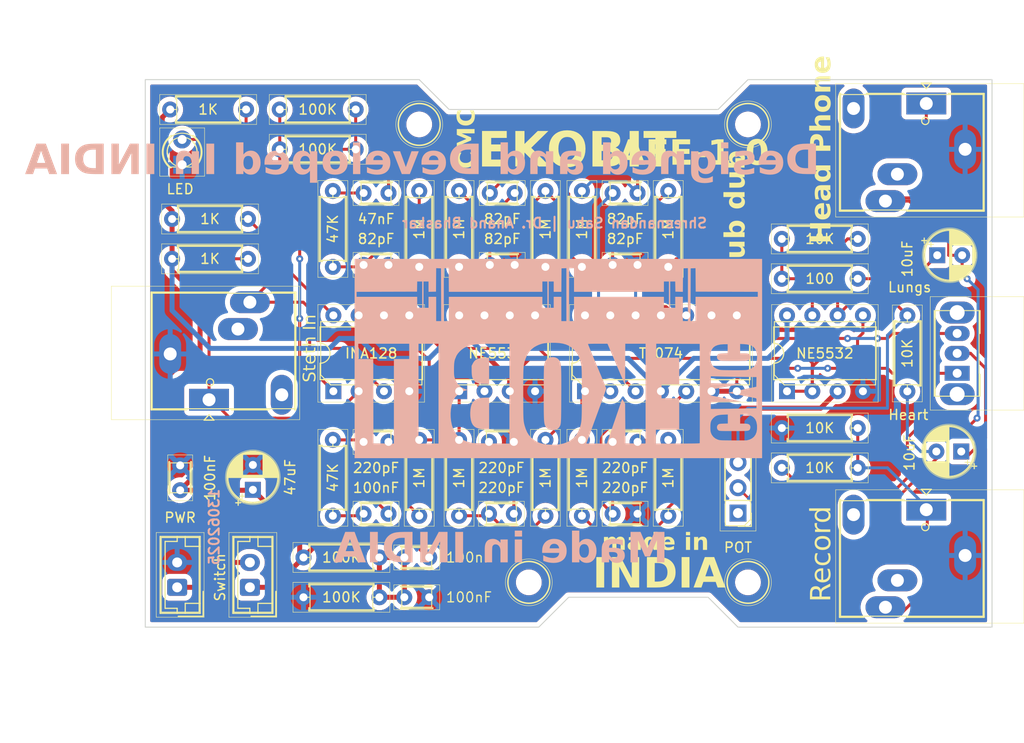
<source format=kicad_pcb>
(kicad_pcb (version 20240108) (generator "pcbnew") (generator_version "8.0")
  (title_block (title "PCB Design of CMC EKOBIT") (date "2025-06-13") (rev "1.0") (company "Shreenandan Sahu"))
  (layers (0 "F.Cu" signal) (31 "B.Cu" power) (34 "B.Paste" user) (35 "F.Paste" user) (36 "B.SilkS" user "B.Silkscreen") (37 "F.SilkS" user "F.Silkscreen") (38 "B.Mask" user) (39 "F.Mask" user) (44 "Edge.Cuts" user))
  (net 0 "")
  (net 1 "Net-(SW1-C)")
  (net 2 "Net-(C2-Pad1)")
  (net 3 "FSignal")
  (net 4 "Net-(U4A-+)")
  (net 5 "GND")
  (net 6 "Net-(U4B-+)")
  (net 7 "+5V")
  (net 8 "Net-(U2A-+)")
  (net 9 "Signal")
  (net 10 "Net-(C6-Pad2)")
  (net 11 "Net-(U4A--)")
  (net 12 "Net-(C8-Pad2)")
  (net 13 "Net-(C9-Pad2)")
  (net 14 "Heart")
  (net 15 "Net-(U3A--)")
  (net 16 "Net-(C10-Pad2)")
  (net 17 "Net-(U4C-+)")
  (net 18 "Net-(U4D-+)")
  (net 19 "Net-(C15-Pad2)")
  (net 20 "Net-(U4C--)")
  (net 21 "Net-(C16-Pad2)")
  (net 22 "Net-(C17-Pad2)")
  (net 23 "Lungs")
  (net 24 "Net-(U3B--)")
  (net 25 "Net-(C18-Pad2)")
  (net 26 "Net-(D1-A)")
  (net 27 "SMIC")
  (net 28 "PMIC")
  (net 29 "Net-(J4-PadR)")
  (net 30 "switch")
  (net 31 "Net-(R1-Pad2)")
  (net 32 "Net-(R4-Pad1)")
  (net 33 "Net-(R4-Pad2)")
  (net 34 "Net-(R18-Pad1)")
  (net 35 "2.5V")
  (net 36 "Net-(J7-Pin_2)")
  (net 37 "Net-(J7-Pin_3)")
  (footprint "Capacitor_THT:C_Disc_D3.0mm_W2.0mm_P2.50mm" (layer "F.Cu") (at 122 128.5)
    (property "Reference" "C7" (hide yes))
    (property "Value" "100nF")
  )
  (footprint "Resistor_THT:R_Axial_DIN0207_L6.3mm_D2.5mm_P7.62mm_Horizontal" (layer "F.Cu") (at 159.9 115.5)
    (property "Reference" "R8" (hide yes))
    (property "Value" "10K")
  )
  (footprint "Connector_JST:JST_EH_B2B-EH-A_1x02_P2.50mm_Vertical" (layer "F.Cu") (at 106.5 127.5 90)
    (property "Reference" "J6" (hide yes))
    (property "Value" "Switch")
  )
  (footprint "Package_DIP:DIP-8_W7.62mm" (layer "F.Cu") (at 127.51 107.8 90)
    (property "Reference" "U3" (hide yes))
    (property "Value" "NE5532")
  )
  (footprint "Capacitor_THT:C_Disc_D3.0mm_W2.0mm_P2.50mm" (layer "F.Cu") (at 130.585 87.89)
    (property "Reference" "C16" (hide yes))
    (property "Value" "82pF")
  )
  (footprint "MountingHole:MountingHole_2.1mm" (layer "F.Cu") (at 156.5 81 90)
    (property "Reference" "H2" (hide yes))
    (property "Value" "MountingHole" (hide yes))
  )
  (footprint "Resistor_THT:R_Axial_DIN0207_L6.3mm_D2.5mm_P7.62mm_Horizontal" (layer "F.Cu") (at 106.31 90.5 180)
    (property "Reference" "R2" (hide yes))
    (property "Value" "1K")
  )
  (footprint "Resistor_THT:R_Axial_DIN0207_L6.3mm_D2.5mm_P7.62mm_Horizontal" (layer "F.Cu") (at 119.5 128.5 180)
    (property "Reference" "R16" (hide yes))
    (property "Value" "100K")
  )
  (footprint "Resistor_THT:R_Axial_DIN0207_L6.3mm_D2.5mm_P7.62mm_Horizontal" (layer "F.Cu") (at 114.83 87.69 -90)
    (property "Reference" "R22" (hide yes))
    (property "Value" "47K")
  )
  (footprint "Resistor_THT:R_Axial_DIN0207_L6.3mm_D2.5mm_P7.62mm_Horizontal" (layer "F.Cu") (at 127.5 95.31 90)
    (property "Reference" "R18" (hide yes))
    (property "Value" "1M")
  )
  (footprint "Resistor_THT:R_Axial_DIN0207_L6.3mm_D2.5mm_P7.62mm_Horizontal" (layer "F.Cu") (at 106.31 94.5 180)
    (property "Reference" "R6" (hide yes))
    (property "Value" "1K")
  )
  (footprint "Resistor_THT:R_Axial_DIN0207_L6.3mm_D2.5mm_P7.62mm_Horizontal" (layer "F.Cu") (at 139.83 95.31 90)
    (property "Reference" "R20" (hide yes))
    (property "Value" "1M")
  )
  (footprint "Resistor_THT:R_Axial_DIN0207_L6.3mm_D2.5mm_P7.62mm_Horizontal" (layer "F.Cu") (at 123.5 120.31 90)
    (property "Reference" "R17" (hide yes))
    (property "Value" "1M")
  )
  (footprint "Resistor_THT:R_Axial_DIN0207_L6.3mm_D2.5mm_P7.62mm_Horizontal" (layer "F.Cu") (at 148.5 95.31 90)
    (property "Reference" "R21" (hide yes))
    (property "Value" "1M")
  )
  (footprint "Resistor_THT:R_Axial_DIN0207_L6.3mm_D2.5mm_P7.62mm_Horizontal" (layer "F.Cu") (at 117.12 83.5 180)
    (property "Reference" "R5" (hide yes))
    (property "Value" "100K")
  )
  (footprint "Capacitor_THT:C_Disc_D3.0mm_W2.0mm_P2.50mm" (layer "F.Cu") (at 117.915 95.11)
    (property "Reference" "C18" (hide yes))
    (property "Value" "82pF")
  )
  (footprint "Resistor_THT:R_Axial_DIN0207_L6.3mm_D2.5mm_P7.62mm_Horizontal" (layer "F.Cu") (at 167.52 92.5 180)
    (property "Reference" "R1" (hide yes))
    (property "Value" "10K")
  )
  (footprint "Connector_PinHeader_2.54mm:PinHeader_1x03_P2.54mm_Vertical" (layer "F.Cu") (at 155.5 120.04 180)
    (property "Reference" "J7" (hide yes))
    (property "Value" "POT")
  )
  (footprint "Package_DIP:DIP-8_W7.62mm" (layer "F.Cu") (at 160.42 107.8 90)
    (property "Reference" "U2" (hide yes))
    (property "Value" "NE5532")
  )
  (footprint "Resistor_THT:R_Axial_DIN0207_L6.3mm_D2.5mm_P7.62mm_Horizontal" (layer "F.Cu") (at 98.5 79.5)
    (property "Reference" "R24" (hide yes))
    (property "Value" "1K")
  )
  (footprint "Capacitor_THT:C_Disc_D3.0mm_W2.0mm_P2.50mm" (layer "F.Cu") (at 142.915 120.11)
    (property "Reference" "C4" (hide yes))
    (property "Value" "220pF")
  )
  (footprint "Resistor_THT:R_Axial_DIN0207_L6.3mm_D2.5mm_P7.62mm_Horizontal" (layer "F.Cu") (at 117.12 79.5 180)
    (property "Reference" "R4" (hide yes))
    (property "Value" "100K")
  )
  (footprint "Capacitor_THT:C_Disc_D3.0mm_W2.0mm_P2.50mm" (layer "F.Cu") (at 130.585 95.11)
    (property "Reference" "C13" (hide yes))
    (property "Value" "82pF")
  )
  (footprint "Connector_Audio:Jack_3.5mm_Ledino_KB3SPRS_Horizontal" (layer "F.Cu") (at 174.4 78.9 180)
    (property "Reference" "J1" (hide yes))
    (property "Value" "Head Phone")
  )
  (footprint "MountingHole:MountingHole_2.1mm" (layer "F.Cu") (at 123.5 81 90)
    (property "Reference" "H1" (hide yes))
    (property "Value" "MountingHole" (hide yes))
  )
  (footprint "Capacitor_THT:C_Disc_D3.0mm_W2.0mm_P2.50mm" (layer "F.Cu") (at 99.5 117.75 90)
    (property "Reference" "C12" (hide yes))
    (property "Value" "100nF")
  )
  (footprint "Capacitor_THT:C_Disc_D3.0mm_W2.0mm_P2.50mm" (layer "F.Cu") (at 117.915 112.89)
    (property "Reference" "C10" (hide yes))
    (property "Value" "220pF")
  )
  (footprint "Connector_Audio:Jack_3.5mm_Ledino_KB3SPRS_Horizontal" (layer "F.Cu") (at 174.4 119.7 180)
    (property "Reference" "J4" (hide yes))
    (property "Value" "Record")
  )
  (footprint "Resistor_THT:R_Axial_DIN0207_L6.3mm_D2.5mm_P7.62mm_Horizontal" (layer "F.Cu") (at 148.5 120.31 90)
    (property "Reference" "R14" (hide yes))
    (property "Value" "1M")
  )
  (footprint "Resistor_THT:R_Axial_DIN0207_L6.3mm_D2.5mm_P7.62mm_Horizontal" (layer "F.Cu") (at 136.17 95.31 90)
    (property "Reference" "R19" (hide yes))
    (property "Value" "1M")
  )
  (footprint "Resistor_THT:R_Axial_DIN0207_L6.3mm_D2.5mm_P7.62mm_Horizontal" (layer "F.Cu") (at 111.88 124.5)
    (property "Reference" "R10" (hide yes))
    (property "Value" "100K")
  )
  (footprint "Connector_JST:JST_EH_B2B-EH-A_1x02_P2.50mm_Vertical" (layer "F.Cu") (at 99.2 127.5 90)
    (property "Reference" "J5" (hide yes))
    (property "Value" "PWR")
  )
  (footprint "Resistor_THT:R_Axial_DIN0207_L6.3mm_D2.5mm_P7.62mm_Horizontal" (layer "F.Cu") (at 123.5 87.69 -90)
    (property "Reference" "R23" (hide yes))
    (property "Value" "1M")
  )
  (footprint "Capacitor_THT:C_Disc_D3.0mm_W2.0mm_P2.50mm" (layer "F.Cu") (at 120.415 120.11 180)
    (property "Reference" "C6" (hide yes))
    (property "Value" "100nF")
  )
  (footprint "Package_DIP:DIP-8_W7.62mm" (layer "F.Cu") (at 114.88 107.8 90)
    (property "Reference" "U1" (hide yes))
    (property "Value" "INA128")
  )
  (footprint "Capacitor_THT:C_Disc_D3.0mm_W2.0mm_P2.50mm" (layer "F.Cu") (at 142.915 95.11)
    (property "Reference" "C14" (hide yes))
    (property "Value" "82pF")
  )
  (footprint "Capacitor_THT:CP_Radial_D5.0mm_P2.50mm" (layer "F.Cu") (at 177.910225 113.8575 180)
    (property "Reference" "C1" (hide yes))
    (property "Value" "10uF")
  )
  (footprint "Capacitor_THT:C_Disc_D3.0mm_W2.0mm_P2.50mm" (layer "F.Cu") (at 133 120.11 180)
    (property "Reference" "C8" (hide yes))
    (property "Value" "220pF")
  )
  (footprint "Resistor_THT:R_Axial_DIN0207_L6.3mm_D2.5mm_P7.62mm_Horizontal" (layer "F.Cu") (at 139.83 120.31 90)
    (property "Reference" "R13" (hide yes))
    (property "Value" "1M")
  )
  (footprint "Resistor_THT:R_Axial_DIN0207_L6.3mm_D2.5mm_P7.62mm_Horizontal" (layer "F.Cu") (at 136.17 120.31 90)
    (property "Reference" "R12" (hide yes))
    (property "Value" "1M")
  )
  (footprint "Connector_Audio:Jack_3.5mm_Ledino_KB3SPRS_Horizontal" (layer "F.Cu") (at 102.4 108.6575)
    (property "Reference" "J3" (hide yes))
    (property "Value" "Steth In")
  )
  (footprint "Resistor_THT:R_Axial_DIN0207_L6.3mm_D2.5mm_P7.62mm_Horizontal" (layer "F.Cu") (at 167.52 111.5 180)
    (property "Reference" "R9" (hide yes))
    (property "Value" "10K")
  )
  (footprint "Button_Switch_THT:SW_Slide_SPDT_Angled_CK_OS102011MA1Q" (layer "F.Cu") (at 177.5 106 90)
    (property "Reference" "SW1" (hide yes))
    (property "Value" "Op Mode" (hide yes))
  )
  (footprint "Resistor_THT:R_Axial_DIN0207_L6.3mm_D2.5mm_P7.62mm_Horizontal" (layer "F.Cu") (at 159.9 96.5)
    (property "Reference" "R7" (hide yes))
    (property "Value" "100")
  )
  (footprint "Capacitor_THT:CP_Radial_D5.0mm_P2.50mm" (layer "F.Cu") (at 106.8 117.705113 90)
    (property "Reference" "C11" (hide yes))
    (property "Value" "47uF")
  )
  (footprint "Resistor_THT:R_Axial_DIN0207_L6.3mm_D2.5mm_P7.62mm_Horizontal" (layer "F.Cu") (at 172.5 107.81 90)
    (property "Reference" "R3" (hide yes))
    (property "Value" "10K")
  )
  (footprint "Package_DIP:DIP-14_W7.62mm" (layer "F.Cu") (at 140.14 107.8 90)
    (property "Reference" "U4" (hide yes))
    (property "Value" "TL074")
  )
  (footprint "Capacitor_THT:CP_Radial_D5.0mm_P2.50mm" (layer "F.Cu") (at 175.5 94.1425)
    (property "Reference" "C2" (hide yes))
    (property "Value" "10uF")
  )
  (footprint "LED_THT:LED_D3.0mm_Clear" (layer "F.Cu") (at 99.7 85.051283 90)
    (property "Reference" "D1" (hide yes))
    (property "Value" "LED")
  )
  (footprint "Resistor_THT:R_Axial_DIN0207_L6.3mm_D2.5mm_P7.62mm_Horizontal" (layer "F.Cu") (at 114.83 120.31 90)
    (property "Reference" "R15" (hide yes))
    (property "Value" "47K")
  )
  (footprint "Capacitor_THT:C_Disc_D3.0mm_W2.0mm_P2.50mm" (layer "F.Cu") (at 124.5 124.5 180)
    (property "Reference" "C5" (hide yes))
    (property "Value" "100nF")
  )
  (footprint "Capacitor_THT:C_Disc_D3.0mm_W2.0mm_P2.50mm" (layer "F.Cu") (at 120.415 87.89 180)
    (property "Reference" "C15" (hide yes))
    (property "Value" "47nF")
  )
  (footprint "Capacitor_THT:C_Disc_D3.0mm_W2.0mm_P2.50mm" (layer "F.Cu") (at 142.915 112.89)
    (property "Reference" "C9" (hide yes))
    (property "Value" "220pF")
  )
  (footprint "MountingHole:MountingHole_2.1mm" (layer "F.Cu") (at 134.5 127 90)
    (property "Reference" "H4" (hide yes))
    (property "Value" "MountingHole" (hide yes))
  )
  (footprint "MountingHole:MountingHole_2.1mm" (layer "F.Cu") (at 156.5 127 90)
    (property "Reference" "H3" (hide yes))
    (property "Value" "MountingHole" (hide yes))
  )
  (footprint "Capacitor_THT:C_Disc_D3.0mm_W2.0mm_P2.50mm" (layer "F.Cu") (at 142.915 87.89)
    (property "Reference" "C17" (hide yes))
    (property "Value" "82pF")
  )
  (footprint "Resistor_THT:R_Axial_DIN0207_L6.3mm_D2.5mm_P7.62mm_Horizontal" (layer "F.Cu") (at 127.5 112.69 -90)
    (property "Reference" "R11" (hide yes))
    (property "Value" "1M")
  )
  (footprint "Capacitor_THT:C_Disc_D3.0mm_W2.0mm_P2.50mm" (layer "F.Cu") (at 130.5 112.89)
    (property "Reference" "C3" (hide yes))
    (property "Value" "220pF")
  )
  (footprint "LOGO" (layer "B.Cu") (at 137.5 104.5 180)
    (property "Reference" "G***" (hide yes))
    (property "Value" "LOGO" (hide yes))
  )
  (gr_poly (pts (xy 96 76.5) (xy 123.5 76.5) (xy 126.5 79.5) (xy 153.5 79.5) (xy 156.5 76.5) (xy 181 76.5) (xy 181 131.5) (xy 155.5 131.5) (xy 152.5 128.5) (xy 138.5 128.5) (xy 135.5 131.5) (xy 96 131.5)) (stroke (width 0.1)) (fill none) (layer "Edge.Cuts"))
  (gr_text "Made in INDIA" (at 148.5 125.5 0) (layer "B.SilkS") (effects (font (size 3 3) (thickness 0.2) (bold yes)) (justify left bottom mirror)))
  (gr_text "Designed and Developed In INDIA" (at 163.71 86.5 0) (layer "B.SilkS") (effects (font (size 3 3) (thickness 0.6) (bold yes)) (justify left bottom mirror)))
  (gr_text "13062025" (at 103.5 117.5 90) (layer "B.SilkS") (effects (font (size 1 1) (thickness 0.2) (bold yes)) (justify left bottom mirror)))
  (gr_text "Shreenandan Sahu | Dr. Anand Bhaskar" (at 152.5 91.5 0) (layer "B.SilkS") (effects (font (size 1 1) (thickness 0.2) (bold yes)) (justify left bottom mirror)))
  (gr_text "EKOBIT" (at 129.353206 85.823334 0) (layer "F.SilkS") (effects (font (size 3.5 3.5) (thickness 0.2) (bold yes)) (justify left bottom)))
  (gr_text "Lungs" (at 170.464433 97.938702 0) (layer "F.SilkS") (effects (font (size 1 1)) (justify left bottom)))
  (gr_text "lub dub" (at 156.5 95.5 90) (layer "F.SilkS") (effects (font (size 2 2) (thickness 0.2) (bold yes) (italic yes)) (justify left bottom)))
  (gr_text "Heart\n" (at 170.5 110.761178 0) (layer "F.SilkS") (effects (font (size 1 1)) (justify left bottom)))
  (gr_text "CMC" (at 129.353206 85.470338 90) (layer "F.SilkS") (effects (font (size 1.75 1.75) (thickness 0.2) (bold yes)) (justify left bottom)))
  (gr_text "AFE-1.0" (at 143.5 85.470338 0) (layer "F.SilkS") (effects (font (size 2.5 2.5) (thickness 0.2) (bold yes)) (justify left bottom)))
  (gr_text "INDIA" (at 140.892885 128.029367 0) (layer "F.SilkS") (effects (font (size 3 3) (thickness 0.2) (bold yes)) (justify left bottom)))
  (gr_text "made in" (at 141.845432 124.029367 0) (layer "F.SilkS") (effects (font (size 1.7 1.7) (thickness 0.2) (bold yes)) (justify left bottom)))
  (segment (start 180.35 112.5) (end 178.35 114.5) (width 0.3) (layer "F.Cu") (net 1))
  (segment (start 180.35 105.5) (end 180.35 112.5) (width 0.3) (layer "F.Cu") (net 1))
  (segment (start 178.35 114.5) (end 177.5 114.5) (width 0.3) (layer "F.Cu") (net 1))
  (segment (start 177.5 104) (end 178.85 104) (width 0.3) (layer "F.Cu") (net 1))
  (segment (start 178.85 104) (end 180.35 105.5) (width 0.3) (layer "F.Cu") (net 1))
  (segment (start 167.52 96.5) (end 173.1425 96.5) (width 0.3) (layer "F.Cu") (net 2))
  (segment (start 173.1425 96.5) (end 175.5 94.1425) (width 0.3) (layer "F.Cu") (net 2))
  (segment (start 161.9 117.5) (end 159.9 115.5) (width 0.3) (layer "F.Cu") (net 3))
  (segment (start 178 96) (end 178.5 96.5) (width 0.3) (layer "F.Cu") (net 3))
  (segment (start 171.5 117.5) (end 161.9 117.5) (width 0.3) (layer "F.Cu") (net 3))
  (segment (start 172.5 112.5) (end 172.5 116.5) (width 0.3) (layer "F.Cu") (net 3))
  (segment (start 170.3 88.385) (end 170.3 88.7) (width 0.3) (layer "F.Cu") (net 3))
  (segment (start 174.4 78.585) (end 174.4 87.6) (width 0.3) (layer "F.Cu") (net 3))
  (segment (start 174.4 87.6) (end 173.615 88.385) (width 0.3) (layer "F.Cu") (net 3))
  (segment (start 172.5 116.5) (end 171.5 117.5) (width 0.3) (layer "F.Cu") (net 3))
  (segment (start 173.5 111.5) (end 172.5 112.5) (width 0.3) (layer "F.Cu") (net 3))
  (segment (start 178 94.1425) (end 178 96) (width 0.3) (layer "F.Cu") (net 3))
  (segment (start 173.615 88.385) (end 170.3 88.385) (width 0.3) (layer "F.Cu") (net 3))
  (segment (start 179.5 110.5) (end 178.5 111.5) (width 0.3) (layer "F.Cu") (net 3))
  (segment (start 176.65 94.1425) (end 178 94.1425) (width 0.3) (layer "F.Cu") (net 3))
  (segment (start 178.5 111.5) (end 173.5 111.5) (width 0.3) (layer "F.Cu") (net 3))
  (segment (start 176.65 92.65) (end 176.65 94.1425) (width 0.3) (layer "F.Cu") (net 3))
  (segment (start 170.3 88.7) (end 172.7 88.7) (width 0.3) (layer "F.Cu") (net 3))
  (segment (start 172.7 88.7) (end 176.65 92.65) (width 0.3) (layer "F.Cu") (net 3))
  (via (at 179.5 110.5) (size 0.7) (drill 0.3) (layers "F.Cu" "B.Cu") (net 3))
  (via (at 178.5 96.5) (size 0.7) (drill 0.3) (layers "F.Cu" "B.Cu") (net 3))
  (segment (start 179.5 110.5) (end 179.6 110.4) (width 0.3) (layer "B.Cu") (net 3))
  (segment (start 179.6 110.4) (end 179.6 97.6) (width 0.3) (layer "B.Cu") (net 3))
  (segment (start 179.6 97.6) (end 178.5 96.5) (width 0.3) (layer "B.Cu") (net 3))
  (segment (start 132.11 114.5) (end 134.5 114.5) (width 0.3) (layer "F.Cu") (net 4))
  (segment (start 137.5 105.5) (end 137.5 111.36) (width 0.3) (layer "F.Cu") (net 4))
  (segment (start 142.92 105.5) (end 137.5 105.5) (width 0.3) (layer "F.Cu") (net 4))
  (segment (start 134.5 114.36) (end 136.17 112.69) (width 0.3) (layer "F.Cu") (net 4))
  (segment (start 130.5 112.89) (end 132.11 114.5) (width 0.3) (layer "F.Cu") (net 4))
  (segment (start 137.5 111.36) (end 136.17 112.69) (width 0.3) (layer "F.Cu") (net 4))
  (segment (start 134.5 114.5) (end 134.5 114.36) (width 0.3) (layer "F.Cu") (net 4))
  (segment (start 145.22 107.8) (end 142.92 105.5) (width 0.3) (layer "F.Cu") (net 4))
  (segment (start 144.5 109.5) (end 148.6 109.5) (width 0.3) (layer "F.Cu") (net 6))
  (segment (start 142.915 115.085) (end 143.5 114.5) (width 0.3) (layer "F.Cu") (net 6))
  (segment (start 141.765 118.96) (end 141.765 112.235) (width 0.3) (layer "F.Cu") (net 6))
  (segment (start 142.915 120.11) (end 141.765 118.96) (width 0.3) (layer "F.Cu") (net 6))
  (segment (start 141.765 112.235) (end 144.5 109.5) (width 0.3) (layer "F.Cu") (net 6))
  (segment (start 146.69 114.5) (end 148.5 112.69) (width 0.3) (layer "F.Cu") (net 6))
  (segment (start 148.6 109.5) (end 150.3 107.8) (width 0.3) (layer "F.Cu") (net 6))
  (segment (start 143.5 114.5) (end 146.69 114.5) (width 0.3) (layer "F.Cu") (net 6))
  (segment (start 142.915 120.11) (end 142.915 115.085) (width 0.3) (layer "F.Cu") (net 6))
  (segment (start 99.5 117.75) (end 106.755113 117.75) (width 0.5) (layer "F.Cu") (net 7))
  (segment (start 111.88 124.5) (end 108.88 127.5) (width 0.5) (layer "F.Cu") (net 7))
  (segment (start 99.5 106.5) (end 100.5 106.5) (width 0.5) (layer "F.Cu") (net 7))
  (segment (start 111.5 124.12) (end 111.88 124.5) (width 0.5) (layer "F.Cu") (net 7))
  (segment (start 98.69 95.69) (end 98.69 94.5) (width 0.5) (layer "F.Cu") (net 7))
  (segment (start 98.5 107.5) (end 99.5 106.5) (width 0.5) (layer "F.Cu") (net 7))
  (segment (start 111.88 124.5) (end 113.88 122.5) (width 0.5) (layer "F.Cu") (net 7))
  (segment (start 98.5 112.5) (end 98.5 107.5) (width 0.5) (layer "F.Cu") (net 7))
  (segment (start 108.88 127.5) (end 106.5 127.5) (width 0.5) (layer "F.Cu") (net 7))
  (segment (start 99.5 117.75) (end 101.5 115.75) (width 0.5) (layer "F.Cu") (net 7))
  (segment (start 111.5 122.405113) (end 111.5 124.12) (width 0.5) (layer "F.Cu") (net 7))
  (segment (start 101.5 115.75) (end 101.5 112.5) (width 0.5) (layer "F.Cu") (net 7))
  (segment (start 106.8 117.705113) (end 111.5 122.405113) (width 0.5) (layer "F.Cu") (net 7))
  (segment (start 106.755113 117.75) (end 106.8 117.705113) (width 0.5) (layer "F.Cu") (net 7))
  (segment (start 97.700001 80.299999) (end 98.5 79.5) (width 0.5) (layer "F.Cu") (net 7))
  (segment (start 97.700001 88.700001) (end 97.700001 80.299999) (width 0.5) (layer "F.Cu") (net 7))
  (segment (start 101.5 112.5) (end 98.5 112.5) (width 0.5) (layer "F.Cu") (net 7))
  (segment (start 100.5 106.5) (end 101.5 105.5) (width 0.5) (layer "F.Cu") (net 7))
  (segment (start 101.5 98.5) (end 98.69 95.69) (width 0.5) (layer "F.Cu") (net 7))
  (segment (start 98.69 94.5) (end 98.69 90.5) (width 0.5) (layer "F.Cu") (net 7))
  (segment (start 98.69 89.69) (end 97.700001 88.700001) (width 0.5) (layer "F.Cu") (net 7))
  (segment (start 101.5 105.5) (end 101.5 98.5) (width 0.5) (layer "F.Cu") (net 7))
  (segment (start 113.88 122.5) (end 122.5 122.5) (width 0.5) (layer "F.Cu") (net 7))
  (segment (start 98.69 90.5) (end 98.69 89.69) (width 0.5) (layer "F.Cu") (net 7))
  (segment (start 122.5 122.5) (end 124.5 124.5) (width 0.5) (layer "F.Cu") (net 7))
  (segment (start 127.51 101.49) (end 124.5 104.5) (width 0.5) (layer "B.Cu") (net 7))
  (segment (start 115.5 102.5) (end 117.34 102.5) (width 0.5) (layer "B.Cu") (net 7))
  (segment (start 144.5 104.5) (end 130.5 104.5) (width 0.5) (layer "B.Cu") (net 7))
  (segment (start 127.51 100.18) (end 127.51 101.49) (width 0.5) (layer "B.Cu") (net 7))
  (segment (start 124.5 104.5) (end 119.5 104.5) (width 0.5) (layer "B.Cu") (net 7))
  (segment (start 151.06 104.5) (end 147.76 107.8) (width 0.5) (layer "B.Cu") (net 7))
  (segment (start 160.42 102.58) (end 158.5 104.5) (width 0.5) (layer "B.Cu") (net 7))
  (segment (start 119.5 104.5) (end 117.42 102.42) (width 0.5) (layer "B.Cu") (net 7))
  (segment (start 127.51 101.51) (end 127.51 100.18) (width 0.5) (layer "B.Cu") (net 7))
  (segment (start 158.5 104.5) (end 151.06 104.5) (width 0.5) (layer "B.Cu") (net 7))
  (segment (start 98.69 99.69) (end 102.5 103.5) (width 0.5) (layer "B.Cu") (net 7))
  (segment (start 144.5 104.54) (end 144.5 104.5) (width 0.5) (layer "B.Cu") (net 7))
  (segment (start 147.76 107.8) (end 144.5 104.54) (width 0.5) (layer "B.Cu") (net 7))
  (segment (start 102.5 103.5) (end 114.5 103.5) (width 0.5) (layer "B.Cu") (net 7))
  (segment (start 117.42 100.18) (end 117.42 102.42) (width 0.5) (layer "B.Cu") (net 7))
  (segment (start 160.42 100.18) (end 160.42 102.58) (width 0.5) (layer "B.Cu") (net 7))
  (segment (start 117.34 102.5) (end 117.42 102.42) (width 0.5) (layer "B.Cu") (net 7))
  (segment (start 114.5 103.5) (end 115.5 102.5) (width 0.5) (layer "B.Cu") (net 7))
  (segment (start 98.69 94.5) (end 98.69 99.69) (width 0.5) (layer "B.Cu") (net 7))
  (segment (start 130.5 104.5) (end 127.51 101.51) (width 0.5) (layer "B.Cu") (net 7))
  (segment (start 119.5 128.5) (end 122 128.5) (width 0.5) (layer "F.Cu") (net 8))
  (segment (start 122 127) (end 126 127) (width 0.5) (layer "F.Cu") (net 8))
  (segment (start 152.5 109.5) (end 163.8 109.5) (width 0.5) (layer "F.Cu") (net 8))
  (segment (start 152.5 123.5) (end 152.5 109.5) (width 0.5) (layer "F.Cu") (net 8))
  (segment (start 119.5 124.5) (end 119.5 128.5) (width 0.5) (layer "F.Cu") (net 8))
  (segment (start 119.5 124.5) (end 122 124.5) (width 0.5) (layer "F.Cu") (net 8))
  (segment (start 163.8 109.5) (end 165.5 107.8) (width 0.5) (layer "F.Cu") (net 8))
  (segment (start 129.5 123.5) (end 152.5 123.5) (width 0.5) (layer "F.Cu") (net 8))
  (segment (start 122 124.5) (end 122 128.5) (width 0.5) (layer "F.Cu") (net 8))
  (segment (start 122 128.5) (end 122 127) (width 0.5) (layer "F.Cu") (net 8))
  (segment (start 126 127) (end 129.5 123.5) (width 0.5) (layer "F.Cu") (net 8))
  (segment (start 112.5 86.5) (end 113.5 85.5) (width 0.3) (layer "F.Cu") (net 9))
  (segment (start 120.415 86.415) (end 120.415 87.89) (width 0.3) (layer "F.Cu") (net 9))
  (segment (start 112.5 96.5) (end 112.5 86.5) (width 0.3) (layer "F.Cu") (net 9))
  (segment (start 115.5 110.5) (end 114.5 110.5) (width 0.3) (layer "F.Cu") (net 9))
  (segment (start 119.5 119.195) (end 120.415 120.11) (width 0.3) (layer "F.Cu") (net 9))
  (segment (start 116.5 109.5) (end 115.5 110.5) (width 0.3) (layer "F.Cu") (net 9))
  (segment (start 114.5 110.5) (end 112.5 112.5) (width 0.3) (layer "F.Cu") (net 9))
  (segment (start 112.5 117.5) (end 113.5 118.5) (width 0.3) (layer "F.Cu") (net 9))
  (segment (start 124.5 109.5) (end 116.5 109.5) (width 0.3) (layer "F.Cu") (net 9))
  (segment (start 119.96 100.18) (end 117.28 97.5) (width 0.3) (layer "F.Cu") (net 9))
  (segment (start 113.5 85.5) (end 119.5 85.5) (width 0.3) (layer "F.Cu") (net 9))
  (segment (start 119.5 118.5) (end 119.5 119.195) (width 0.3) (layer "F.Cu") (net 9))
  (segment (start 117.28 97.5) (end 113.5 97.5) (width 0.3) (layer "F.Cu") (net 9))
  (segment (start 124.5 104.72) (end 124.5 109.5) (width 0.3) (layer "F.Cu") (net 9))
  (segment (start 119.5 85.5) (end 120.415 86.415) (width 0.3) (layer "F.Cu") (net 9))
  (segment (start 113.5 97.5) (end 112.5 96.5) (width 0.3) (layer "F.Cu") (net 9))
  (segment (start 119.96 100.18) (end 124.5 104.72) (width 0.3) (layer "F.Cu") (net 9))
  (segment (start 112.5 112.5) (end 112.5 117.5) (width 0.3) (layer "F.Cu") (net 9))
  (segment (start 113.5 118.5) (end 119.5 118.5) (width 0.3) (layer "F.Cu") (net 9))
  (segment (start 114.83 120.31) (end 117.715 120.31) (width 0.3) (layer "F.Cu") (net 10))
  (segment (start 117.715 120.31) (end 117.915 120.11) (width 0.3) (layer "F.Cu") (net 10))
  (segment (start 139.83 108.11) (end 140.14 107.8) (width 0.3) (layer "F.Cu") (net 11))
  (segment (start 140.14 107.8) (end 142.68 107.8) (width 0.3) (layer "F.Cu") (net 11))
  (segment (start 137.5 116.5) (end 139.83 114.17) (width 0.3) (layer "F.Cu") (net 11))
  (segment (start 133 120.11) (end 133 118) (width 0.3) (layer "F.Cu") (net 11))
  (segment (start 133 118) (end 134.5 116.5) (width 0.3) (layer "F.Cu") (net 11))
  (segment (start 139.83 112.69) (end 139.83 108.11) (width 0.3) (layer "F.Cu") (net 11))
  (segment (start 139.83 114.17) (end 139.83 112.69) (width 0.3) (layer "F.Cu") (net 11))
  (segment (start 134.5 116.5) (end 137.5 116.5) (width 0.3) (layer "F.Cu") (net 11))
  (segment (start 131.89 121.5) (end 134.98 121.5) (width 0.3) (layer "F.Cu") (net 12))
  (segment (start 130.5 120.11) (end 131.89 121.5) (width 0.3) (layer "F.Cu") (net 12))
  (segment (start 134.98 121.5) (end 136.17 120.31) (width 0.3) (layer "F.Cu") (net 12))
  (segment (start 127.5 120.31) (end 130.3 120.31) (width 0.3) (layer "F.Cu") (net 12))
  (segment (start 130.3 120.31) (end 130.5 120.11) (width 0.3) (layer "F.Cu") (net 12))
  (segment (start 150.5 111.5) (end 147.5 111.5) (width 0.3) (layer "F.Cu") (net 13))
  (segment (start 148.5 119.5) (end 150.5 117.5) (width 0.3) (layer "F.Cu") (net 13))
  (segment (start 148.5 120.31) (end 148.5 119.5) (width 0.3) (layer "F.Cu") (net 13))
  (segment (start 146.91 121.9) (end 148.5 120.31) (width 0.3) (layer "F.Cu") (net 13))
  (segment (start 146.11 112.89) (end 145.415 112.89) (width 0.3) (layer "F.Cu") (net 13))
  (segment (start 139.83 120.31) (end 141.42 121.9) (width 0.3) (layer "F.Cu") (net 13))
  (segment (start 147.5 111.5) (end 146.11 112.89) (width 0.3) (layer "F.Cu") (net 13))
  (segment (start 141.42 121.9) (end 146.91 121.9) (width 0.3) (layer "F.Cu") (net 13))
  (segment (start 150.5 117.5) (end 150.5 111.5) (width 0.3) (layer "F.Cu") (net 13))
  (segment (start 144.305 111.5) (end 146.5 111.5) (width 0.3) (layer "F.Cu") (net 14))
  (segment (start 150.14 110.5) (end 152.84 107.8) (width 0.3) (layer "F.Cu") (net 14))
  (segment (start 147.5 110.5) (end 150.14 110.5) (width 0.3) (layer "F.Cu") (net 14))
  (segment (start 146.5 111.5) (end 147.5 110.5) (width 0.3) (layer "F.Cu") (net 14))
  (segment (start 170.5 105.5) (end 171 106) (width 0.3) (layer "F.Cu") (net 14))
  (segment (start 142.915 112.89) (end 144.305 111.5) (width 0.3) (layer "F.Cu") (net 14))
  (segment (start 171 106) (end 177.5 106) (width 0.3) (layer "F.Cu") (net 14))
  (segment (start 155.38 106.62) (end 155.38 107.8) (width 0.3) (layer "F.Cu") (net 14))
  (segment (start 164.5 105.5) (end 170.5 105.5) (width 0.3) (layer "F.Cu") (net 14))
  (segment (start 156.5 105.5) (end 155.38 106.62) (width 0.3) (layer "F.Cu") (net 14))
  (segment (start 142.915 113.085) (end 142.5 113.5) (width 0.3) (layer "F.Cu") (net 14))
  (segment (start 142.915 112.89) (end 142.915 113.085) (width 0.3) (layer "F.Cu") (net 14))
  (segment (start 152.84 107.8) (end 155.38 107.8) (width 0.5) (layer "F.Cu") (net 14))
  (segment (start 161.5 105.5) (end 156.5 105.5) (width 0.3) (layer "F.Cu") (net 14))
  (via (at 161.5 105.5) (size 0.7) (drill 0.3) (layers "F.Cu" "B.Cu") (net 14))
  (via (at 164.5 105.5) (size 0.7) (drill 0.3) (layers "F.Cu" "B.Cu") (net 14))
  (segment (start 161.5 105.5) (end 164.5 105.5) (width 0.3) (layer "B.Cu") (net 14))
  (segment (start 117.915 112.89) (end 117.915 114.725) (width 0.3) (layer "F.Cu") (net 15))
  (segment (start 114.83 112.69) (end 117.715 112.69) (width 0.3) (layer "F.Cu") (net 15))
  (segment (start 117.715 112.69) (end 117.915 112.89) (width 0.3) (layer "F.Cu") (net 15))
  (segment (start 128.75 106.5) (end 130.05 107.8) (width 0.3) (layer "F.Cu") (net 15))
  (segment (start 117.915 114.725) (end 123.5 120.31) (width 0.3) (layer "F.Cu") (net 15))
  (segment (start 120.305 110.5) (end 125.5 110.5) (width 0.3) (layer "F.Cu") (net 15))
  (segment (start 125.5 106.5) (end 128.75 106.5) (width 0.3) (layer "F.Cu") (net 15))
  (segment (start 125.5 110.5) (end 125.5 106.5) (width 0.3) (layer "F.Cu") (net 15))
  (segment (start 117.915 112.89) (end 120.305 110.5) (width 0.3) (layer "F.Cu") (net 15))
  (segment (start 127.5 112.69) (end 127.5 111.5) (width 0.3) (layer "F.Cu") (net 16))
  (segment (start 123.5 112.69) (end 127.5 112.69) (width 0.3) (layer "F.Cu") (net 16))
  (segment (start 120.415 112.89) (end 123.3 112.89) (width 0.3) (layer "F.Cu") (net 16))
  (segment (start 127.51 111.49) (end 127.51 107.8) (width 0.3) (layer "F.Cu") (net 16))
  (segment (start 123.3 112.89) (end 123.5 112.69) (width 0.3) (layer "F.Cu") (net 16))
  (segment (start 127.5 111.5) (end 127.51 111.49) (width 0.3) (layer "F.Cu") (net 16))
  (segment (start 137.5 96.5) (end 139.5 98.5) (width 0.3) (layer "F.Cu") (net 17))
  (segment (start 148.62 98.5) (end 150.3 100.18) (width 0.3) (layer "F.Cu") (net 17))
  (segment (start 130.585 95.11) (end 130.585 93.275) (width 0.3) (layer "F.Cu") (net 17))
  (segment (start 139.5 98.5) (end 148.62 98.5) (width 0.3) (layer "F.Cu") (net 17))
  (segment (start 130.585 93.275) (end 136.17 87.69) (width 0.3) (layer "F.Cu") (net 17))
  (segment (start 137.5 89.02) (end 137.5 96.5) (width 0.3) (layer "F.Cu") (net 17))
  (segment (start 136.17 87.69) (end 137.5 89.02) (width 0.3) (layer "F.Cu") (net 17))
  (segment (start 142.915 95.11) (end 142.915 93.275) (width 0.3) (layer "F.Cu") (net 18))
  (segment (start 142.915 93.275) (end 148.5 87.69) (width 0.3) (layer "F.Cu") (net 18))
  (segment (start 145.22 97.415) (end 142.915 95.11) (width 0.3) (layer "B.Cu") (net 18))
  (segment (start 145.22 100.18) (end 145.22 97.415) (width 0.3) (layer "B.Cu") (net 18))
  (segment (start 115.03 87.89) (end 114.83 87.69) (width 0.3) (layer "F.Cu") (net 19))
  (segment (start 117.915 87.89) (end 115.03 87.89) (width 0.3) (layer "F.Cu") (net 19))
  (segment (start 151.5 98.5) (end 150.5 97.5) (width 0.3) (layer "F.Cu") (net 20))
  (segment (start 152.5 98.5) (end 151.5 98.5) (width 0.3) (layer "F.Cu") (net 20))
  (segment (start 138.5 93.98) (end 139.83 95.31) (width 0.3) (layer "F.Cu") (net 20))
  (segment (start 140.5 95.98) (end 139.83 95.31) (width 0.3) (layer "F.Cu") (net 20))
  (segment (start 138.5 87.986346) (end 138.5 93.98) (width 0.3) (layer "F.Cu") (net 20))
  (segment (start 150.5 97.5) (end 140.5 97.5) (width 0.3) (layer "F.Cu") (net 20))
  (segment (start 136.013654 85.5) (end 138.5 87.986346) (width 0.3) (layer "F.Cu") (net 20))
  (segment (start 130.585 87.89) (end 132.975 85.5) (width 0.3) (layer "F.Cu") (net 20))
  (segment (start 155.18 100.18) (end 152.84 100.18) (width 0.3) (layer "F.Cu") (net 20))
  (segment (start 155.38 100.38) (end 155.18 100.18) (width 0.3) (layer "F.Cu") (net 20))
  (segment (start 152.84 100.18) (end 152.84 98.84) (width 0.3) (layer "F.Cu") (net 20))
  (segment (start 132.975 85.5) (end 136.013654 85.5) (width 0.3) (layer "F.Cu") (net 20))
  (segment (start 140.5 97.5) (end 140.5 95.98) (width 0.3) (layer "F.Cu") (net 20))
  (segment (start 155.38 100.18) (end 155.38 100.38) (width 0.3) (layer "F.Cu") (net 20))
  (segment (start 152.84 98.84) (end 152.5 98.5) (width 0.3) (layer "F.Cu") (net 20))
  (segment (start 134.98 96.5) (end 129.31 96.5) (width 0.3) (layer "F.Cu") (net 21))
  (segment (start 127.5 87.69) (end 129.31 89.5) (width 0.3) (layer "F.Cu") (net 21))
  (segment (start 136.17 95.31) (end 134.98 96.5) (width 0.3) (layer "F.Cu") (net 21))
  (segment (start 129.31 96.5) (end 129.31 89.5) (width 0.3) (layer "F.Cu") (net 21))
  (segment (start 131.475 89.5) (end 133.085 87.89) (width 0.3) (layer "F.Cu") (net 21))
  (segment (start 129.31 89.5) (end 131.475 89.5) (width 0.3) (layer "F.Cu") (net 21))
  (segment (start 146.5 85.5) (end 150.5 85.5) (width 0.3) (layer "F.Cu") (net 22))
  (segment (start 149.5 94.5) (end 149.31 94.5) (width 0.3) (layer "F.Cu") (net 22))
  (segment (start 150.5 85.5) (end 151.5 86.5) (width 0.3) (layer "F.Cu") (net 22))
  (segment (start 145.415 86.585) (end 146.5 85.5) (width 0.3) (layer "F.Cu") (net 22))
  (segment (start 151.5 92.5) (end 149.5 94.5) (width 0.3) (layer "F.Cu") (net 22))
  (segment (start 149.31 94.5) (end 148.5 95.31) (width 0.3) (layer "F.Cu") (net 22))
  (segment (start 151.5 86.5) (end 151.5 92.5) (width 0.3) (layer "F.Cu") (net 22))
  (segment (start 145.415 87.89) (end 145.415 86.585) (width 0.3) (layer "F.Cu") (net 22))
  (segment (start 139.83 87.69) (end 140.78 86.74) (width 0.3) (layer "B.Cu") (net 22))
  (segment (start 140.78 86.74) (end 144.265 86.74) (width 0.3) (layer "B.Cu") (net 22))
  (segment (start 144.265 86.74) (end 145.415 87.89) (width 0.3) (layer "B.Cu") (net 22))
  (segment (start 166.5 102.5) (end 143.5 102.5) (width 0.3) (layer "F.Cu") (net 23))
  (segment (start 140.14 100.18) (end 142.68 100.18) (width 0.5) (layer "F.Cu") (net 23))
  (segment (start 171 102) (end 177.5 102) (width 0.3) (layer "F.Cu") (net 23))
  (segment (start 142.68 101.68) (end 142.68 100.18) (width 0.3) (layer "F.Cu") (net 23))
  (segment (start 177.5 102) (end 177.5 101.5) (width 0.3) (layer "F.Cu") (net 23))
  (segment (start 170.5 102.5) (end 171 102) (width 0.3) (layer "F.Cu") (net 23))
  (segment (start 169.5 102.5) (end 170.5 102.5) (width 0.3) (layer "F.Cu") (net 23))
  (segment (start 143.5 102.5) (end 142.68 101.68) (width 0.3) (layer "F.Cu") (net 23))
  (via (at 169.5 102.5) (size 0.7) (drill 0.3) (layers "F.Cu" "B.Cu") (net 23))
  (via (at 166.5 102.5) (size 0.7) (drill 0.3) (layers "F.Cu" "B.Cu") (net 23))
  (segment (start 166.5 102.5) (end 169.5 102.5) (width 0.3) (layer "B.Cu") (net 23))
  (segment (start 142.915 87.89) (end 141.5 89.305) (width 0.3) (layer "B.Cu") (net 23))
  (segment (start 141.5 89.305) (end 141.5 99) (width 0.3) (layer "B.Cu") (net 23))
  (segment (start 141.5 99) (end 142.68 100.18) (width 0.3) (layer "B.Cu") (net 23))
  (segment (start 121.5 92.5) (end 123.5 90.5) (width 0.3) (layer "F.Cu") (net 24))
  (segment (start 117.915 95.11) (end 120.525 92.5) (width 0.3) (layer "F.Cu") (net 24))
  (segment (start 125.5 92.5) (end 125.5 101.5) (width 0.3) (layer "F.Cu") (net 24))
  (segment (start 117.715 95.31) (end 117.915 95.11) (width 0.3) (layer "F.Cu") (net 24))
  (segment (start 123.5 90.5) (end 125.5 92.5) (width 0.3) (layer "F.Cu") (net 24))
  (segment (start 114.83 95.31) (end 117.715 95.31) (width 0.3) (layer "F.Cu") (net 24))
  (segment (start 123.5 87.69) (end 123.5 90.5) (width 0.3) (layer "F.Cu") (net 24))
  (segment (start 125.5 101.5) (end 127.5 103.5) (width 0.3) (layer "F.Cu") (net 24))
  (segment (start 127.5 103.5) (end 130.5 103.5) (width 0.3) (layer "F.Cu") (net 24))
  (segment (start 130.5 103.5) (end 132.59 101.41) (width 0.3) (layer "F.Cu") (net 24))
  (segment (start 120.525 92.5) (end 121.5 92.5) (width 0.3) (layer "F.Cu") (net 24))
  (segment (start 132.59 101.41) (end 132.59 100.18) (width 0.3) (layer "F.Cu") (net 24))
  (segment (start 120.415 95.11) (end 123.3 95.11) (width 0.3) (layer "F.Cu") (net 25))
  (segment (start 123.3 95.11) (end 123.5 95.31) (width 0.3) (layer "F.Cu") (net 25))
  (segment (start 99.7 82.511283) (end 104.488717 82.511283) (width 0.3) (layer "F.Cu") (net 26))
  (segment (start 106.12 80.88) (end 106.12 79.5) (width 0.3) (layer "F.Cu") (net 26))
  (segment (start 104.488717 82.511283) (end 106.12 80.88) (width 0.3) (layer "F.Cu") (net 26))
  (segment (start 104.5 110.5) (end 109.09189 110.5) (width 0.3) (layer "F.Cu") (net 27))
  (segment (start 102.4 108.6575) (end 102.6575 108.6575) (width 0.3) (layer "F.Cu") (net 27))
  (segment (start 112.5 109.5) (end 115.72 109.5) (width 0.3) (layer "F.Cu") (net 27))
  (segment (start 115.72 109.5) (end 117.42 107.8) (width 0.3) (layer "F.Cu") (net 27))
  (segment (start 102.4 108.6575) (end 102.4 96.6) (width 0.3) (layer "F.Cu") (net 27))
  (segment (start 102.6575 108.6575) (end 104.5 110.5) (width 0.3) (layer "F.Cu") (net 27))
  (segment (start 109.09189 110.5) (end 109.09939 110.5075) (width 0.3) (layer "F.Cu") (net 27))
  (segment (start 102.4 96.6) (end 104.5 94.5) (width 0.3) (layer "F.Cu") (net 27))
  (segment (start 111.4925 110.5075) (end 112.5 109.5) (width 0.3) (layer "F.Cu") (net 27))
  (segment (start 109.09939 110.5075) (end 111.4925 110.5075) (width 0.3) (layer "F.Cu") (net 27))
  (segment (start 104.5 94.5) (end 106.31 94.5) (width 0.3) (layer "F.Cu") (net 27))
  (segment (start 106.31 90.5) (end 108.5 92.69) (width 0.3) (layer "F.Cu") (net 28))
  (segment (start 106.5 98.8575) (end 111.8575 98.8575) (width 0.3) (layer "F.Cu") (net 28))
  (segment (start 115.66 103.5) (end 119.96 107.8) (width 0.3) (layer "F.Cu") (net 28))
  (segment (start 108.5 92.69) (end 108.5 96.8575) (width 0.3) (layer "F.Cu") (net 28))
  (segment (start 108.5 96.8575) (end 106.5 98.8575) (width 0.3) (layer "F.Cu") (net 28))
  (segment (start 112.5 99.5) (end 112.5 103.5) (width 0.3) (layer "F.Cu") (net 28))
  (segment (start 111.8575 98.8575) (end 112.5 99.5) (width 0.3) (layer "F.Cu") (net 28))
  (segment (start 112.5 103.5) (end 115.66 103.5) (width 0.3) (layer "F.Cu") (net 28))
  (segment (start 172.1 129.9) (end 170.3 129.9) (width 0.3) (layer "F.Cu") (net 29))
  (segment (start 174.5 127.5) (end 172.1 129.9) (width 0.3) (layer "F.Cu") (net 29))
  (segment (start 174.5 120.2) (end 174.5 127.5) (width 0.3) (layer "F.Cu") (net 29))
  (segment (start 167.52 111.5) (end 167.52 115.5) (width 0.3) (layer "F.Cu") (net 29))
  (segment (start 174.4 119.4) (end 174.4 120.1) (width 0.3) (layer "B.Cu") (net 29))
  (segment (start 170.5 115.5) (end 174.4 119.4) (width 0.3) (layer "B.Cu") (net 29))
  (segment (start 167.52 115.5) (end 170.5 115.5) (width 0.3) (layer "B.Cu") (net 29))
  (segment (start 101.5 127.5) (end 104 125) (width 0.5) (layer "F.Cu") (net 30))
  (segment (start 99.2 127.5) (end 101.5 127.5) (width 0.5) (layer "F.Cu") (net 30))
  (segment (start 104 125) (end 106.5 125) (width 0.5) (layer "F.Cu") (net 30))
  (segment (start 159.9 96.5) (end 161.5 96.5) (width 0.3) (layer "F.Cu") (net 31))
  (segment (start 161.5 96.5) (end 162.96 97.96) (width 0.3) (layer "F.Cu") (net 31))
  (segment (start 162.96 97.96) (end 162.96 100.18) (width 0.3) (layer "F.Cu") (net 31))
  (segment (start 159.9 92.5) (end 159.9 96.5) (width 0.3) (layer "F.Cu") (net 31))
  (segment (start 117.12 79.5) (end 117.12 83.5) (width 0.3) (layer "F.Cu") (net 32))
  (segment (start 111.5 85.5) (end 111.5 94.5) (width 0.3) (layer "F.Cu") (net 32))
  (segment (start 111.5 100.5) (end 111.5 104.42) (width 0.3) (layer "F.Cu") (net 32))
  (segment (start 117.12 83.5) (end 113.5 83.5) (width 0.3) (layer "F.Cu") (net 32))
  (segment (start 111.5 104.42) (end 114.88 107.8) (width 0.3) (layer "F.Cu") (net 32))
  (segment (start 113.5 83.5) (end 111.5 85.5) (width 0.3) (layer "F.Cu") (net 32))
  (via (at 111.5 94.5) (size 0.7) (drill 0.3) (layers "F.Cu" "B.Cu") (net 32))
  (via (at 111.5 100.5) (size 0.7) (drill 0.3) (layers "F.Cu" "B.Cu") (net 32))
  (segment (start 111.5 94.5) (end 111.5 100.5) (width 0.3) (layer "B.Cu") (net 32))
  (segment (start 109.5 79.5) (end 109.5 83.5) (width 0.3) (layer "F.Cu") (net 33))
  (segment (start 109.5 94.8) (end 114.88 100.18) (width 0.3) (layer "F.Cu") (net 33))
  (segment (start 109.5 83.5) (end 109.5 94.8) (width 0.3) (layer "F.Cu") (net 33))
  (segment (start 127.5 97.63) (end 130.05 100.18) (width 0.3) (layer "F.Cu") (net 34))
  (segment (start 127.5 95.31) (end 127.5 97.63) (width 0.3) (layer "F.Cu") (net 34))
  (segment (start 167.5 104.5) (end 163.8 104.5) (width 0.3) (layer "F.Cu") (net 35))
  (segment (start 132.59 107.8) (end 132.59 106.41) (width 0.5) (layer "F.Cu") (net 35))
  (segment (start 168.04 101.96) (end 167.5 102.5) (width 0.3) (layer "F.Cu") (net 35))
  (segment (start 132.59 106.59) (end 130.5 104.5) (width 0.5) (layer "F.Cu") (net 35))
  (segment (start 134.5 104.5) (end 136.5 104.5) (width 0.5) (layer "F.Cu") (net 35))
  (segment (start 162.96 107.8) (end 162.96 104.96) (width 0.3) (layer "F.Cu") (net 35))
  (segment (start 130.5 104.5) (end 126.82 104.5) (width 0.5) (layer "F.Cu") (net 35))
  (segment (start 168.04 100.18) (end 168.04 101.96) (width 0.3) (layer "F.Cu") (net 35))
  (segment (start 136.5 104.5) (end 135.13 103.13) (width 0.3) (layer "F.Cu") (net 35))
  (segment (start 162.96 104.96) (end 162.5 104.5) (width 0.3) (layer "F.Cu") (net 35))
  (segment (start 167.5 102.5) (end 167.5 104.5) (width 0.3) (layer "F.Cu") (net 35))
  (segment (start 162.5 104.5) (end 136.5 104.5) (width 0.3) (layer "F.Cu") (net 35))
  (segment (start 132.59 107.8) (end 132.59 106.59) (width 0.5) (layer "F.Cu") (net 35))
  (segment (start 126.82 104.5) (end 122.5 100.18) (width 0.5) (layer "F.Cu") (net 35))
  (segment (start 160.42 107.8) (end 162.96 107.8) (width 0.3) (layer "F.Cu") (net 35))
  (segment (start 162.96 105.34) (end 162.96 107.8) (width 0.3) (layer "F.Cu") (net 35))
  (segment (start 163.8 104.5) (end 162.96 105.34) (width 0.3) (layer "F.Cu") (net 35))
  (segment (start 132.59 106.41) (end 134.5 104.5) (width 0.5) (layer "F.Cu") (net 35))
  (segment (start 135.13 103.13) (end 135.13 100.18) (width 0.3) (layer "F.Cu") (net 35))
  (segment (start 155.5 117.5) (end 161.5 123.5) (width 0.25) (layer "F.Cu") (net 36))
  (segment (start 175.410225 114.589775) (end 175.410225 113.8575) (width 0.3) (layer "F.Cu") (net 36))
  (segment (start 170.5 121.5) (end 170.5 119.5) (width 0.3) (layer "F.Cu") (net 36))
  (segment (start 161.5 123.5) (end 170.5 123.5) (width 0.25) (layer "F.Cu") (net 36))
  (segment (start 170.5 119.5) (end 175.410225 114.589775) (width 0.3) (layer "F.Cu") (net 36))
  (segment (start 170.5 123.5) (end 170.5 121.5) (width 0.25) (layer "F.Cu") (net 36))
  (segment (start 173.8575 113.8575) (end 172.5 112.5) (width 0.3) (layer "B.Cu") (net 36))
  (segment (start 175.410225 113.8575) (end 173.8575 113.8575) (width 0.3) (layer "B.Cu") (net 36))
  (segment (start 172.5 112.5) (end 172.5 107.81) (width 0.3) (layer "B.Cu") (net 36))
  (segment (start 165.5 93.5) (end 166.5 92.5) (width 0.3) (layer "F.Cu") (net 37))
  (segment (start 165.5 100.18) (end 165.5 93.5) (width 0.3) (layer "F.Cu") (net 37))
  (segment (start 167.18 98.5) (end 165.5 100.18) (width 0.3) (layer "F.Cu") (net 37))
  (segment (start 170.81 98.5) (end 167.18 98.5) (width 0.3) (layer "F.Cu") (net 37))
  (segment (start 172.5 100.19) (end 170.81 98.5) (width 0.3) (layer "F.Cu") (net 37))
  (segment (start 166.5 92.5) (end 167.52 92.5) (width 0.3) (layer "F.Cu") (net 37))
  (segment (start 155.5 114.96) (end 155.5 110.5) (width 0.3) (layer "B.Cu") (net 37))
  (segment (start 170.5 102.19) (end 172.5 100.19) (width 0.3) (layer "B.Cu") (net 37))
  (segment (start 170.5 109.5) (end 170.5 102.19) (width 0.3) (layer "B.Cu") (net 37))
  (segment (start 156.5 109.5) (end 170.5 109.5) (width 0.3) (layer "B.Cu") (net 37))
  (segment (start 155.5 110.5) (end 156.5 109.5) (width 0.3) (layer "B.Cu") (net 37))
  (zone (net 5) (net_name "GND") (layer "F.Cu") (priority 1) (connect_pads yes (clearance 0.5)) (min_thickness 0.25) (fill yes (thermal_gap 0.5) (thermal_bridge_width 0.5))
    (polygon (pts (xy 95.5 75.5) (xy 95.5 132.5) (xy 182.5 132.5) (xy 182.5 75.5)))
  )
  (zone (net 5) (net_name "GND") (layer "B.Cu") (connect_pads (clearance 0.5)) (min_thickness 0.25) (fill yes (thermal_gap 0.5) (thermal_bridge_width 0.5))
    (polygon (pts (xy 95.5 75.5) (xy 182.5 75.5) (xy 182.5 132.5) (xy 95.5 132.5)))
  )
)
</source>
